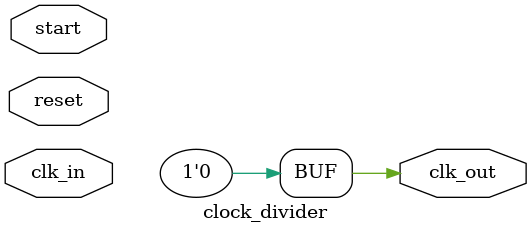
<source format=v>
`timescale 1ns / 1ps
module clock_divider(clk_out, clk_in, reset, start);
   parameter COUNTER_DIV = 23;
   
   input clk_in;
	input reset;
	input start;
   output clk_out;

   reg [COUNTER_DIV-1:0] counter;

   always @ (posedge clk_in or posedge reset)
	begin
		if(reset)
			counter <= 0;
		/*else if(counter == 10000000) 
			counter <= 0;*/
		
		else if(start)
			counter <= counter + 1;
	end
 
	assign clk_out = ((counter == 10000000)?1'b1:1'b0); 

endmodule

</source>
